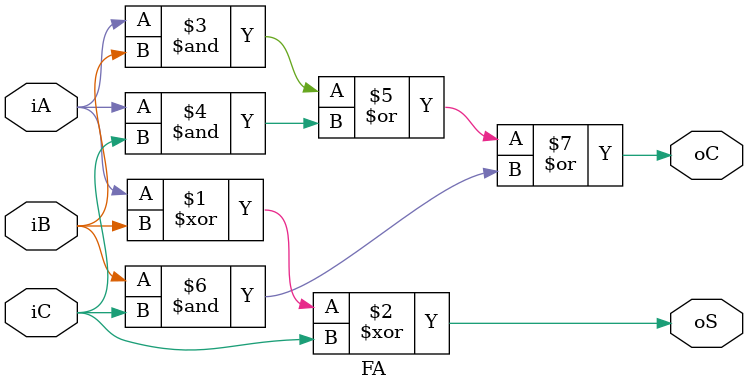
<source format=v>

module FA(oS,oC,iA,iB,iC);
	input iA,iB,iC;
	output oS,oC;
    assign oS = iA ^ iB ^ iC;
    assign oC = iA & iB | iA & iC | iB & iC;
endmodule

</source>
